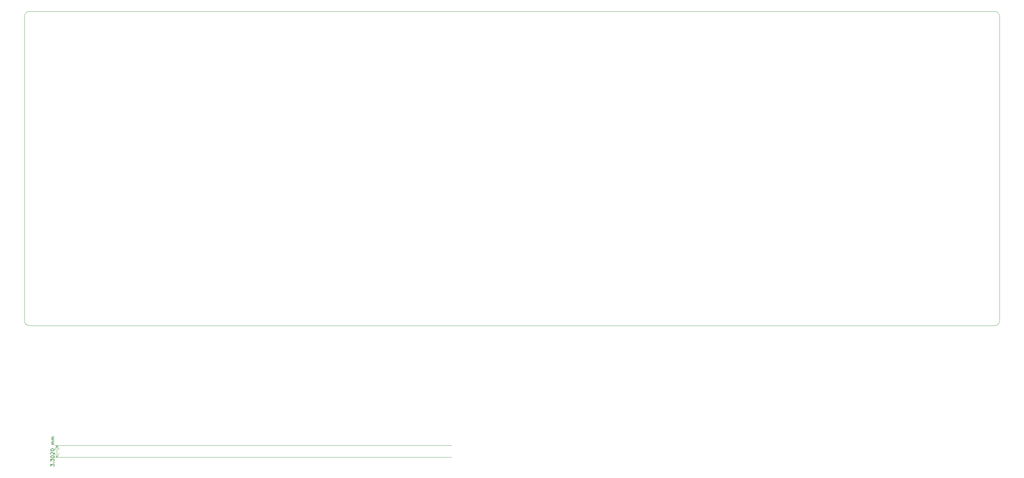
<source format=gbr>
%TF.GenerationSoftware,KiCad,Pcbnew,(6.0.7)*%
%TF.CreationDate,2023-01-10T10:06:51+01:00*%
%TF.ProjectId,skoosk backplate 8 screwholes,736b6f6f-736b-4206-9261-636b706c6174,rev?*%
%TF.SameCoordinates,Original*%
%TF.FileFunction,Profile,NP*%
%FSLAX46Y46*%
G04 Gerber Fmt 4.6, Leading zero omitted, Abs format (unit mm)*
G04 Created by KiCad (PCBNEW (6.0.7)) date 2023-01-10 10:06:51*
%MOMM*%
%LPD*%
G01*
G04 APERTURE LIST*
%TA.AperFunction,Profile*%
%ADD10C,0.100000*%
%TD*%
%ADD11C,0.150000*%
G04 APERTURE END LIST*
D10*
X3692026Y-94107000D02*
X274357212Y-94107000D01*
X274357212Y-94107012D02*
G75*
G03*
X275627212Y-92837000I-12J1270012D01*
G01*
X2422020Y-92837000D02*
G75*
G03*
X3692026Y-94107000I1270000J0D01*
G01*
X3692026Y-5969006D02*
G75*
G03*
X2422026Y-7239000I-6J-1269994D01*
G01*
X275627212Y-92837000D02*
X275590000Y-7239000D01*
X275590000Y-7239000D02*
G75*
G03*
X274320000Y-5969000I-1269900J100D01*
G01*
X274320000Y-5969000D02*
X3692026Y-5969000D01*
X2422026Y-7239000D02*
X2422026Y-92837000D01*
D11*
X9732380Y-133603476D02*
X9732380Y-132984428D01*
X10113333Y-133317761D01*
X10113333Y-133174904D01*
X10160952Y-133079666D01*
X10208571Y-133032047D01*
X10303809Y-132984428D01*
X10541904Y-132984428D01*
X10637142Y-133032047D01*
X10684761Y-133079666D01*
X10732380Y-133174904D01*
X10732380Y-133460619D01*
X10684761Y-133555857D01*
X10637142Y-133603476D01*
X10637142Y-132555857D02*
X10684761Y-132508238D01*
X10732380Y-132555857D01*
X10684761Y-132603476D01*
X10637142Y-132555857D01*
X10732380Y-132555857D01*
X9732380Y-132174904D02*
X9732380Y-131555857D01*
X10113333Y-131889190D01*
X10113333Y-131746333D01*
X10160952Y-131651095D01*
X10208571Y-131603476D01*
X10303809Y-131555857D01*
X10541904Y-131555857D01*
X10637142Y-131603476D01*
X10684761Y-131651095D01*
X10732380Y-131746333D01*
X10732380Y-132032047D01*
X10684761Y-132127285D01*
X10637142Y-132174904D01*
X9732380Y-130936809D02*
X9732380Y-130841571D01*
X9780000Y-130746333D01*
X9827619Y-130698714D01*
X9922857Y-130651095D01*
X10113333Y-130603476D01*
X10351428Y-130603476D01*
X10541904Y-130651095D01*
X10637142Y-130698714D01*
X10684761Y-130746333D01*
X10732380Y-130841571D01*
X10732380Y-130936809D01*
X10684761Y-131032047D01*
X10637142Y-131079666D01*
X10541904Y-131127285D01*
X10351428Y-131174904D01*
X10113333Y-131174904D01*
X9922857Y-131127285D01*
X9827619Y-131079666D01*
X9780000Y-131032047D01*
X9732380Y-130936809D01*
X9827619Y-130222523D02*
X9780000Y-130174904D01*
X9732380Y-130079666D01*
X9732380Y-129841571D01*
X9780000Y-129746333D01*
X9827619Y-129698714D01*
X9922857Y-129651095D01*
X10018095Y-129651095D01*
X10160952Y-129698714D01*
X10732380Y-130270142D01*
X10732380Y-129651095D01*
X9732380Y-129032047D02*
X9732380Y-128936809D01*
X9780000Y-128841571D01*
X9827619Y-128793952D01*
X9922857Y-128746333D01*
X10113333Y-128698714D01*
X10351428Y-128698714D01*
X10541904Y-128746333D01*
X10637142Y-128793952D01*
X10684761Y-128841571D01*
X10732380Y-128936809D01*
X10732380Y-129032047D01*
X10684761Y-129127285D01*
X10637142Y-129174904D01*
X10541904Y-129222523D01*
X10351428Y-129270142D01*
X10113333Y-129270142D01*
X9922857Y-129222523D01*
X9827619Y-129174904D01*
X9780000Y-129127285D01*
X9732380Y-129032047D01*
X10732380Y-127508238D02*
X10065714Y-127508238D01*
X10160952Y-127508238D02*
X10113333Y-127460619D01*
X10065714Y-127365380D01*
X10065714Y-127222523D01*
X10113333Y-127127285D01*
X10208571Y-127079666D01*
X10732380Y-127079666D01*
X10208571Y-127079666D02*
X10113333Y-127032047D01*
X10065714Y-126936809D01*
X10065714Y-126793952D01*
X10113333Y-126698714D01*
X10208571Y-126651095D01*
X10732380Y-126651095D01*
X10732380Y-126174904D02*
X10065714Y-126174904D01*
X10160952Y-126174904D02*
X10113333Y-126127285D01*
X10065714Y-126032047D01*
X10065714Y-125889190D01*
X10113333Y-125793952D01*
X10208571Y-125746333D01*
X10732380Y-125746333D01*
X10208571Y-125746333D02*
X10113333Y-125698714D01*
X10065714Y-125603476D01*
X10065714Y-125460619D01*
X10113333Y-125365380D01*
X10208571Y-125317761D01*
X10732380Y-125317761D01*
D10*
X122055000Y-131064000D02*
X10843580Y-131064000D01*
X122055000Y-127762000D02*
X10843580Y-127762000D01*
X11430000Y-131064000D02*
X11430000Y-127762000D01*
X11430000Y-131064000D02*
X11430000Y-127762000D01*
X11430000Y-131064000D02*
X12016421Y-129937496D01*
X11430000Y-131064000D02*
X10843579Y-129937496D01*
X11430000Y-127762000D02*
X10843579Y-128888504D01*
X11430000Y-127762000D02*
X12016421Y-128888504D01*
D11*
X9732380Y-133603476D02*
X9732380Y-132984428D01*
X10113333Y-133317761D01*
X10113333Y-133174904D01*
X10160952Y-133079666D01*
X10208571Y-133032047D01*
X10303809Y-132984428D01*
X10541904Y-132984428D01*
X10637142Y-133032047D01*
X10684761Y-133079666D01*
X10732380Y-133174904D01*
X10732380Y-133460619D01*
X10684761Y-133555857D01*
X10637142Y-133603476D01*
X10637142Y-132555857D02*
X10684761Y-132508238D01*
X10732380Y-132555857D01*
X10684761Y-132603476D01*
X10637142Y-132555857D01*
X10732380Y-132555857D01*
X9732380Y-132174904D02*
X9732380Y-131555857D01*
X10113333Y-131889190D01*
X10113333Y-131746333D01*
X10160952Y-131651095D01*
X10208571Y-131603476D01*
X10303809Y-131555857D01*
X10541904Y-131555857D01*
X10637142Y-131603476D01*
X10684761Y-131651095D01*
X10732380Y-131746333D01*
X10732380Y-132032047D01*
X10684761Y-132127285D01*
X10637142Y-132174904D01*
X9732380Y-130936809D02*
X9732380Y-130841571D01*
X9780000Y-130746333D01*
X9827619Y-130698714D01*
X9922857Y-130651095D01*
X10113333Y-130603476D01*
X10351428Y-130603476D01*
X10541904Y-130651095D01*
X10637142Y-130698714D01*
X10684761Y-130746333D01*
X10732380Y-130841571D01*
X10732380Y-130936809D01*
X10684761Y-131032047D01*
X10637142Y-131079666D01*
X10541904Y-131127285D01*
X10351428Y-131174904D01*
X10113333Y-131174904D01*
X9922857Y-131127285D01*
X9827619Y-131079666D01*
X9780000Y-131032047D01*
X9732380Y-130936809D01*
X9827619Y-130222523D02*
X9780000Y-130174904D01*
X9732380Y-130079666D01*
X9732380Y-129841571D01*
X9780000Y-129746333D01*
X9827619Y-129698714D01*
X9922857Y-129651095D01*
X10018095Y-129651095D01*
X10160952Y-129698714D01*
X10732380Y-130270142D01*
X10732380Y-129651095D01*
X9732380Y-129032047D02*
X9732380Y-128936809D01*
X9780000Y-128841571D01*
X9827619Y-128793952D01*
X9922857Y-128746333D01*
X10113333Y-128698714D01*
X10351428Y-128698714D01*
X10541904Y-128746333D01*
X10637142Y-128793952D01*
X10684761Y-128841571D01*
X10732380Y-128936809D01*
X10732380Y-129032047D01*
X10684761Y-129127285D01*
X10637142Y-129174904D01*
X10541904Y-129222523D01*
X10351428Y-129270142D01*
X10113333Y-129270142D01*
X9922857Y-129222523D01*
X9827619Y-129174904D01*
X9780000Y-129127285D01*
X9732380Y-129032047D01*
X10732380Y-127508238D02*
X10065714Y-127508238D01*
X10160952Y-127508238D02*
X10113333Y-127460619D01*
X10065714Y-127365380D01*
X10065714Y-127222523D01*
X10113333Y-127127285D01*
X10208571Y-127079666D01*
X10732380Y-127079666D01*
X10208571Y-127079666D02*
X10113333Y-127032047D01*
X10065714Y-126936809D01*
X10065714Y-126793952D01*
X10113333Y-126698714D01*
X10208571Y-126651095D01*
X10732380Y-126651095D01*
X10732380Y-126174904D02*
X10065714Y-126174904D01*
X10160952Y-126174904D02*
X10113333Y-126127285D01*
X10065714Y-126032047D01*
X10065714Y-125889190D01*
X10113333Y-125793952D01*
X10208571Y-125746333D01*
X10732380Y-125746333D01*
X10208571Y-125746333D02*
X10113333Y-125698714D01*
X10065714Y-125603476D01*
X10065714Y-125460619D01*
X10113333Y-125365380D01*
X10208571Y-125317761D01*
X10732380Y-125317761D01*
D10*
X122055000Y-131064000D02*
X10843580Y-131064000D01*
X122055000Y-127762000D02*
X10843580Y-127762000D01*
X11430000Y-131064000D02*
X11430000Y-127762000D01*
X11430000Y-131064000D02*
X11430000Y-127762000D01*
X11430000Y-131064000D02*
X12016421Y-129937496D01*
X11430000Y-131064000D02*
X10843579Y-129937496D01*
X11430000Y-127762000D02*
X10843579Y-128888504D01*
X11430000Y-127762000D02*
X12016421Y-128888504D01*
M02*

</source>
